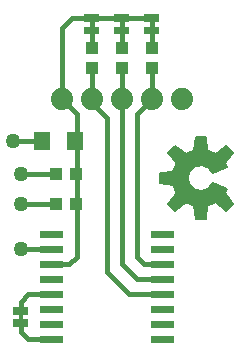
<source format=gtl>
G04 Layer: TopLayer*
G04 EasyEDA v6.4.7, 2020-11-21T23:36:06--8:00*
G04 5ff2efe16aa84f8f9e73a5c42d6c7546,4c52adb9b7084d04897e24a6e005c639,00*
G04 Gerber Generator version 0.2*
G04 Scale: 100 percent, Rotated: No, Reflected: No *
G04 Dimensions in inches *
G04 leading zeros omitted , absolute positions ,2 integer and 4 decimal *
%FSLAX24Y24*%
%MOIN*%
G90*
D02*

%ADD11C,0.016000*%
%ADD12C,0.000500*%
%ADD13C,0.005910*%
%ADD14C,0.050000*%
%ADD15R,0.043310X0.039370*%
%ADD16R,0.039370X0.043310*%
%ADD18R,0.055120X0.062990*%
%ADD19C,0.074000*%

%LPD*%
G54D11*
G01X2000Y1670D02*
G01X2000Y1375D01*
G01X2250Y1125D01*
G01X3025Y1125D01*
G01X3801Y7750D02*
G01X3875Y7750D01*
G01X3834Y6625D02*
G01X3875Y6625D01*
G01X3834Y5625D02*
G01X3875Y5625D01*
G01X3000Y3625D02*
G01X3625Y3625D01*
G01X3875Y3875D01*
G01X3875Y5625D01*
G01X3875Y6625D01*
G01X3875Y7750D01*
G01X3875Y8625D01*
G01X3375Y9125D01*
G01X3375Y11500D01*
G01X3704Y11830D01*
G01X4375Y11830D01*
G01X5375Y11830D01*
G01X6375Y11830D01*
G01X6375Y11750D02*
G01X6375Y11000D01*
G01X5375Y11750D02*
G01X5375Y11000D01*
G01X4375Y11750D02*
G01X4375Y11000D01*
G01X6375Y10125D02*
G01X6375Y9125D01*
G01X5875Y8625D01*
G01X5875Y3875D01*
G01X6125Y3625D01*
G01X6375Y3625D01*
G01X3025Y2625D02*
G01X2250Y2625D01*
G01X2000Y2375D01*
G01X2000Y2080D01*
G01X5375Y10125D02*
G01X5375Y9125D01*
G01X5375Y3625D01*
G01X5875Y3125D01*
G01X6375Y3125D01*
G01X4375Y10000D02*
G01X4375Y9125D01*
G01X4375Y9000D01*
G01X4875Y8500D01*
G01X4875Y3375D01*
G01X5625Y2625D01*
G01X6375Y2625D01*
G01X3165Y6625D02*
G01X2000Y6625D01*
G01X2698Y7750D02*
G01X1750Y7750D01*
G01X3025Y4125D02*
G01X2000Y4125D01*
G01X3165Y5625D02*
G01X2000Y5625D01*
G54D12*
G01X5425Y11900D02*
G01X5425Y11552D01*
G01X5325Y11552D01*
G01X5325Y11900D01*
G01X5425Y11900D01*
G01X4425Y11900D02*
G01X4425Y11552D01*
G01X4325Y11552D01*
G01X4325Y11900D01*
G01X4425Y11900D01*
G01X6425Y11900D02*
G01X6425Y11552D01*
G01X6325Y11552D01*
G01X6325Y11900D01*
G01X6425Y11900D01*
G01X2050Y2150D02*
G01X2050Y1802D01*
G01X1950Y1802D01*
G01X1950Y2150D01*
G01X2050Y2150D01*
G54D13*
G01X8803Y7002D02*
G01X9085Y7348D01*
G01X8848Y7585D01*
G01X8502Y7303D01*
G01X8213Y7423D02*
G01X8167Y7867D01*
G01X7832Y7867D01*
G01X7786Y7423D01*
G01X7498Y7303D02*
G01X7151Y7585D01*
G01X6914Y7348D01*
G01X7196Y7002D01*
G01X7076Y6713D02*
G01X6632Y6667D01*
G01X6632Y6332D01*
G01X7076Y6286D01*
G01X7196Y5998D02*
G01X6914Y5651D01*
G01X7151Y5414D01*
G01X7498Y5696D01*
G01X7786Y5576D02*
G01X7832Y5132D01*
G01X8167Y5132D01*
G01X8213Y5576D01*
G01X8502Y5696D02*
G01X8848Y5414D01*
G01X9085Y5651D01*
G01X8803Y5998D01*
G01X8875Y6137D02*
G01X8397Y6335D01*
G01X8397Y6664D02*
G01X8875Y6862D01*
G54D15*
G01X3834Y5625D03*
G01X3165Y5625D03*
G36*
G01X5625Y11960D02*
G01X5625Y11700D01*
G01X5125Y11700D01*
G01X5125Y11960D01*
G01X5625Y11960D01*
G37*
G36*
G01X5625Y11550D02*
G01X5625Y11290D01*
G01X5125Y11290D01*
G01X5125Y11550D01*
G01X5625Y11550D01*
G37*
G36*
G01X4625Y11960D02*
G01X4625Y11700D01*
G01X4125Y11700D01*
G01X4125Y11960D01*
G01X4625Y11960D01*
G37*
G36*
G01X4625Y11550D02*
G01X4625Y11290D01*
G01X4125Y11290D01*
G01X4125Y11550D01*
G01X4625Y11550D01*
G37*
G36*
G01X6625Y11960D02*
G01X6625Y11700D01*
G01X6125Y11700D01*
G01X6125Y11960D01*
G01X6625Y11960D01*
G37*
G36*
G01X6625Y11550D02*
G01X6625Y11290D01*
G01X6125Y11290D01*
G01X6125Y11550D01*
G01X6625Y11550D01*
G37*
G54D16*
G01X5375Y10165D03*
G01X5375Y10834D03*
G01X4375Y10165D03*
G01X4375Y10834D03*
G01X6375Y10165D03*
G01X6375Y10834D03*
G36*
G01X6330Y1245D02*
G01X7120Y1245D01*
G01X7120Y1005D01*
G01X6330Y1005D01*
G01X6330Y1245D01*
G37*
G36*
G01X6330Y1745D02*
G01X7120Y1745D01*
G01X7120Y1505D01*
G01X6330Y1505D01*
G01X6330Y1745D01*
G37*
G36*
G01X6330Y2245D02*
G01X7120Y2245D01*
G01X7120Y2005D01*
G01X6330Y2005D01*
G01X6330Y2245D01*
G37*
G36*
G01X6330Y2745D02*
G01X7120Y2745D01*
G01X7120Y2505D01*
G01X6330Y2505D01*
G01X6330Y2745D01*
G37*
G36*
G01X6330Y3245D02*
G01X7120Y3245D01*
G01X7120Y3005D01*
G01X6330Y3005D01*
G01X6330Y3245D01*
G37*
G36*
G01X6330Y3745D02*
G01X7120Y3745D01*
G01X7120Y3504D01*
G01X6330Y3504D01*
G01X6330Y3745D01*
G37*
G36*
G01X6330Y4245D02*
G01X7120Y4245D01*
G01X7120Y4004D01*
G01X6330Y4004D01*
G01X6330Y4245D01*
G37*
G36*
G01X6330Y4745D02*
G01X7120Y4745D01*
G01X7120Y4505D01*
G01X6330Y4505D01*
G01X6330Y4745D01*
G37*
G36*
G01X2630Y4745D02*
G01X3420Y4745D01*
G01X3420Y4505D01*
G01X2630Y4505D01*
G01X2630Y4745D01*
G37*
G36*
G01X2630Y4245D02*
G01X3420Y4245D01*
G01X3420Y4004D01*
G01X2630Y4004D01*
G01X2630Y4245D01*
G37*
G36*
G01X2630Y3745D02*
G01X3420Y3745D01*
G01X3420Y3504D01*
G01X2630Y3504D01*
G01X2630Y3745D01*
G37*
G36*
G01X2630Y3245D02*
G01X3420Y3245D01*
G01X3420Y3005D01*
G01X2630Y3005D01*
G01X2630Y3245D01*
G37*
G36*
G01X2630Y2745D02*
G01X3420Y2745D01*
G01X3420Y2505D01*
G01X2630Y2505D01*
G01X2630Y2745D01*
G37*
G36*
G01X2630Y2245D02*
G01X3420Y2245D01*
G01X3420Y2005D01*
G01X2630Y2005D01*
G01X2630Y2245D01*
G37*
G36*
G01X2630Y1745D02*
G01X3420Y1745D01*
G01X3420Y1505D01*
G01X2630Y1505D01*
G01X2630Y1745D01*
G37*
G36*
G01X2630Y1245D02*
G01X3420Y1245D01*
G01X3420Y1005D01*
G01X2630Y1005D01*
G01X2630Y1245D01*
G37*
G36*
G01X2250Y2210D02*
G01X2250Y1950D01*
G01X1750Y1950D01*
G01X1750Y2210D01*
G01X2250Y2210D01*
G37*
G36*
G01X2250Y1800D02*
G01X2250Y1540D01*
G01X1750Y1540D01*
G01X1750Y1800D01*
G01X2250Y1800D01*
G37*
G54D15*
G01X3834Y6625D03*
G01X3165Y6625D03*
G54D18*
G01X2698Y7750D03*
G01X3801Y7750D03*
G54D13*
G75*
G01X8875Y6863D02*
G03X8803Y7002I-875J-363D01*
G01*
G75*
G01X8502Y7303D02*
G03X8213Y7423I-502J-803D01*
G01*
G75*
G01X7787Y7423D02*
G03X7498Y7303I213J-923D01*
G01*
G75*
G01X7197Y7002D02*
G03X7077Y6713I803J-502D01*
G01*
G75*
G01X7077Y6287D02*
G03X7197Y5998I923J213D01*
G01*
G75*
G01X7498Y5697D02*
G03X7787Y5577I502J803D01*
G01*
G75*
G01X8213Y5577D02*
G03X8502Y5697I-213J923D01*
G01*
G75*
G01X8803Y5998D02*
G03X8875Y6137I-803J502D01*
G01*
G75*
G01X8398Y6335D02*
G02X8000Y6069I-398J165D01*
G01*
G75*
G01X8000Y6069D02*
G02X8398Y6665I0J431D01*
G01*

%LPD*%
G36*
G01X5425Y11900D02*
G01X5325Y11900D01*
G01X5325Y11552D01*
G01X5425Y11552D01*
G01X5425Y11900D01*
G37*

%LPD*%
G36*
G01X4425Y11900D02*
G01X4325Y11900D01*
G01X4325Y11552D01*
G01X4425Y11552D01*
G01X4425Y11900D01*
G37*

%LPD*%
G36*
G01X6425Y11900D02*
G01X6325Y11900D01*
G01X6325Y11552D01*
G01X6425Y11552D01*
G01X6425Y11900D01*
G37*

%LPD*%
G36*
G01X2050Y2150D02*
G01X1950Y2150D01*
G01X1950Y1802D01*
G01X2050Y1802D01*
G01X2050Y2150D01*
G37*

%LPD*%
G36*
G01X8167Y7867D02*
G01X7832Y7867D01*
G01X7786Y7423D01*
G01X7686Y7393D01*
G01X7589Y7353D01*
G01X7498Y7303D01*
G01X7151Y7585D01*
G01X6914Y7348D01*
G01X7196Y7002D01*
G01X7146Y6910D01*
G01X7106Y6813D01*
G01X7076Y6713D01*
G01X6632Y6667D01*
G01X6632Y6332D01*
G01X7076Y6286D01*
G01X7106Y6186D01*
G01X7146Y6089D01*
G01X7196Y5998D01*
G01X6914Y5651D01*
G01X7151Y5414D01*
G01X7498Y5696D01*
G01X7589Y5646D01*
G01X7686Y5606D01*
G01X7786Y5576D01*
G01X7832Y5132D01*
G01X8167Y5132D01*
G01X8213Y5576D01*
G01X8313Y5606D01*
G01X8410Y5646D01*
G01X8502Y5696D01*
G01X8848Y5414D01*
G01X9085Y5651D01*
G01X8803Y5998D01*
G01X8842Y6066D01*
G01X8875Y6137D01*
G01X8397Y6335D01*
G01X8375Y6289D01*
G01X8348Y6246D01*
G01X8316Y6207D01*
G01X8279Y6172D01*
G01X8239Y6141D01*
G01X8195Y6116D01*
G01X8148Y6096D01*
G01X8100Y6081D01*
G01X8050Y6072D01*
G01X8000Y6069D01*
G01X7947Y6072D01*
G01X7894Y6082D01*
G01X7844Y6098D01*
G01X7795Y6120D01*
G01X7750Y6148D01*
G01X7709Y6182D01*
G01X7672Y6220D01*
G01X7640Y6262D01*
G01X7614Y6308D01*
G01X7593Y6357D01*
G01X7579Y6408D01*
G01X7571Y6461D01*
G01X7569Y6514D01*
G01X7574Y6567D01*
G01X7586Y6619D01*
G01X7604Y6669D01*
G01X7627Y6716D01*
G01X7657Y6760D01*
G01X7692Y6801D01*
G01X7731Y6836D01*
G01X7775Y6867D01*
G01X7821Y6892D01*
G01X7871Y6911D01*
G01X7923Y6923D01*
G01X7975Y6929D01*
G01X8028Y6929D01*
G01X8081Y6922D01*
G01X8133Y6909D01*
G01X8182Y6890D01*
G01X8229Y6864D01*
G01X8272Y6833D01*
G01X8311Y6797D01*
G01X8345Y6756D01*
G01X8374Y6712D01*
G01X8397Y6664D01*
G01X8875Y6862D01*
G01X8842Y6933D01*
G01X8803Y7002D01*
G01X9085Y7348D01*
G01X8848Y7585D01*
G01X8502Y7303D01*
G01X8410Y7353D01*
G01X8313Y7393D01*
G01X8213Y7423D01*
G01X8167Y7867D01*
G37*
G54D19*
G01X3375Y9125D03*
G01X4375Y9125D03*
G01X5375Y9125D03*
G01X6375Y9125D03*
G01X7375Y9125D03*
G54D14*
G01X2000Y5625D03*
G01X2000Y4125D03*
G01X1750Y7750D03*
G01X2000Y6625D03*
M00*
M02*

</source>
